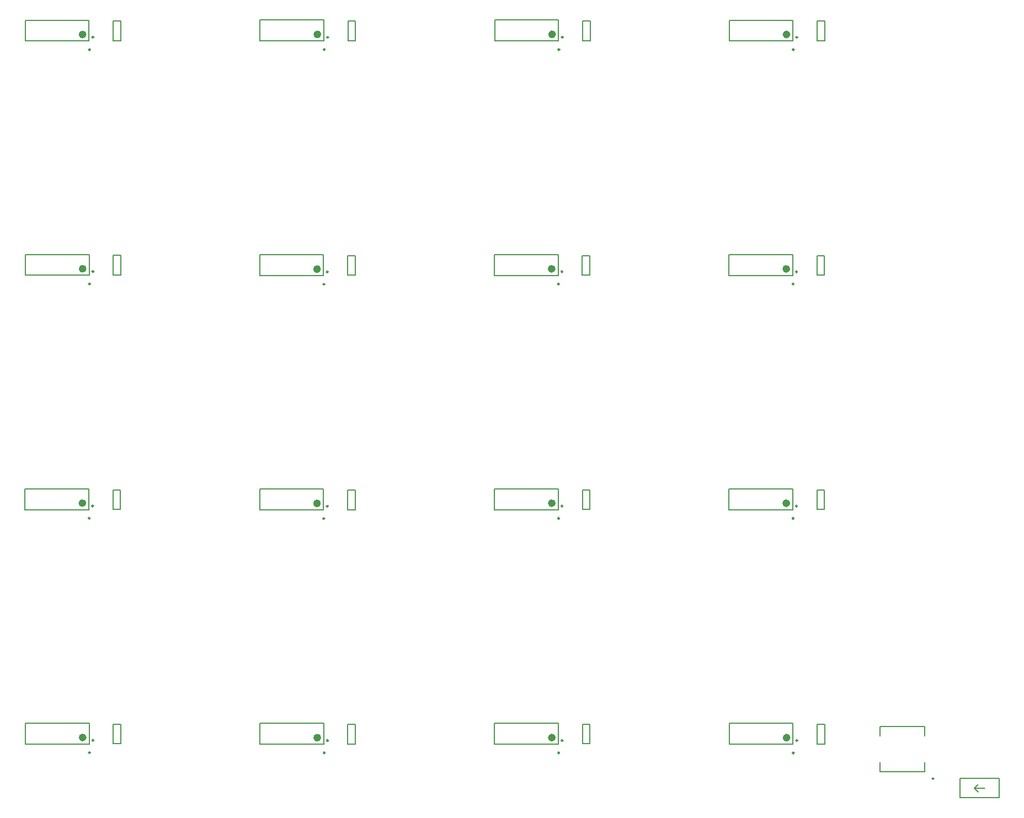
<source format=gbr>
G04*
G04 #@! TF.GenerationSoftware,Altium Limited,Altium Designer,25.0.2 (28)*
G04*
G04 Layer_Color=32896*
%FSLAX25Y25*%
%MOIN*%
G70*
G04*
G04 #@! TF.SameCoordinates,7C83500D-BFB9-469C-A41D-0C693C3E1856*
G04*
G04*
G04 #@! TF.FilePolarity,Positive*
G04*
G01*
G75*
%ADD11C,0.00984*%
%ADD15C,0.00787*%
%ADD99C,0.02362*%
D11*
X644454Y105185D02*
G03*
X644454Y105185I-492J0D01*
G01*
X562191Y128184D02*
G03*
X562191Y128184I-492J0D01*
G01*
X560140Y120735D02*
G03*
X560140Y120735I-492J0D01*
G01*
X420406Y128244D02*
G03*
X420406Y128244I-492J0D01*
G01*
X418355Y120795D02*
G03*
X418355Y120795I-492J0D01*
G01*
X278678Y128211D02*
G03*
X278678Y128211I-492J0D01*
G01*
X276626Y120763D02*
G03*
X276626Y120763I-492J0D01*
G01*
X136919Y128331D02*
G03*
X136919Y128331I-492J0D01*
G01*
X134868Y120882D02*
G03*
X134868Y120882I-492J0D01*
G01*
X559990Y262533D02*
G03*
X559990Y262533I-492J0D01*
G01*
X562042Y269982D02*
G03*
X562042Y269982I-492J0D01*
G01*
X420385Y270006D02*
G03*
X420385Y270006I-492J0D01*
G01*
X418333Y262557D02*
G03*
X418333Y262557I-492J0D01*
G01*
X276478Y262441D02*
G03*
X276478Y262441I-492J0D01*
G01*
X278530Y269890D02*
G03*
X278530Y269890I-492J0D01*
G01*
X134742Y262611D02*
G03*
X134742Y262611I-492J0D01*
G01*
X136794Y270059D02*
G03*
X136794Y270059I-492J0D01*
G01*
X562064Y411717D02*
G03*
X562064Y411717I-492J0D01*
G01*
X560012Y404268D02*
G03*
X560012Y404268I-492J0D01*
G01*
X418230Y404249D02*
G03*
X418230Y404249I-492J0D01*
G01*
X420282Y411698D02*
G03*
X420282Y411698I-492J0D01*
G01*
X276515Y404126D02*
G03*
X276515Y404126I-492J0D01*
G01*
X278567Y411575D02*
G03*
X278567Y411575I-492J0D01*
G01*
X134872Y404343D02*
G03*
X134872Y404343I-492J0D01*
G01*
X136923Y411792D02*
G03*
X136923Y411792I-492J0D01*
G01*
X560136Y545996D02*
G03*
X560136Y545996I-492J0D01*
G01*
X562187Y553445D02*
G03*
X562187Y553445I-492J0D01*
G01*
X418500Y546073D02*
G03*
X418500Y546073I-492J0D01*
G01*
X420552Y553522D02*
G03*
X420552Y553522I-492J0D01*
G01*
X278745Y553514D02*
G03*
X278745Y553514I-492J0D01*
G01*
X276693Y546065D02*
G03*
X276693Y546065I-492J0D01*
G01*
X134848Y545996D02*
G03*
X134848Y545996I-492J0D01*
G01*
X136900Y553445D02*
G03*
X136900Y553445I-492J0D01*
G01*
D15*
X611897Y136500D02*
X639062D01*
X611897Y130989D02*
Y136500D01*
X639062Y130989D02*
Y136500D01*
Y109335D02*
Y114847D01*
X611897Y109335D02*
Y114847D01*
Y109335D02*
X639062D01*
X684055Y93504D02*
Y105315D01*
X660433Y93504D02*
X684055Y93504D01*
X660433Y93504D02*
Y105315D01*
X684055Y105315D01*
X669095Y99409D02*
X671457Y97047D01*
X669095Y99410D02*
X671457Y101772D01*
X669095Y99409D02*
X669095Y99410D01*
X669095Y99409D02*
X675394Y99410D01*
X574019Y126117D02*
Y137928D01*
X578533D01*
Y126117D02*
Y137928D01*
X574019Y126117D02*
X578533D01*
X520868Y125951D02*
X559451D01*
X520868Y138550D02*
X559451D01*
Y125951D02*
Y138550D01*
X520868Y125951D02*
Y138550D01*
X432234Y126177D02*
Y137988D01*
X436748D01*
Y126177D02*
Y137988D01*
X432234Y126177D02*
X436748D01*
X379083Y126012D02*
X417666D01*
X379083Y138610D02*
X417666D01*
Y126012D02*
Y138610D01*
X379083Y126012D02*
Y138610D01*
X290505Y126145D02*
Y137956D01*
X295020D01*
Y126145D02*
Y137956D01*
X290505Y126145D02*
X295020D01*
X237355Y125979D02*
X275938D01*
X237355Y138577D02*
X275938D01*
Y125979D02*
Y138577D01*
X237355Y125979D02*
Y138577D01*
X148747Y126264D02*
Y138075D01*
X153261D01*
Y126264D02*
Y138075D01*
X148747Y126264D02*
X153261D01*
X95596Y126099D02*
X134179D01*
X95596Y138697D02*
X134179D01*
Y126099D02*
Y138697D01*
X95596Y126099D02*
Y138697D01*
X520718Y267750D02*
X559301D01*
X520718Y280348D02*
X559301D01*
Y267750D02*
Y280348D01*
X520718Y267750D02*
Y280348D01*
X573869Y267916D02*
Y279727D01*
X578383D01*
Y267916D02*
Y279727D01*
X573869Y267916D02*
X578383D01*
X432212Y267939D02*
Y279750D01*
X436727D01*
Y267939D02*
Y279750D01*
X432212Y267939D02*
X436727D01*
X379062Y267774D02*
X417645D01*
X379062Y280372D02*
X417645D01*
Y267774D02*
Y280372D01*
X379062Y267774D02*
Y280372D01*
X237207Y267657D02*
X275789D01*
X237207Y280256D02*
X275789D01*
Y267657D02*
Y280256D01*
X237207Y267657D02*
Y280256D01*
X290357Y267823D02*
Y279634D01*
X294871D01*
Y267823D02*
Y279634D01*
X290357Y267823D02*
X294871D01*
X95470Y267827D02*
X134053D01*
X95470Y280426D02*
X134053D01*
Y267827D02*
Y280426D01*
X95470Y267827D02*
Y280426D01*
X148621Y267993D02*
Y279804D01*
X153136D01*
Y267993D02*
Y279804D01*
X148621Y267993D02*
X153136D01*
X573891Y409650D02*
Y421461D01*
X578406D01*
Y409650D02*
Y421461D01*
X573891Y409650D02*
X578406D01*
X520741Y409484D02*
X559323D01*
X520741Y422083D02*
X559323D01*
Y409484D02*
Y422083D01*
X520741Y409484D02*
Y422083D01*
X378959Y409466D02*
X417542D01*
X378959Y422064D02*
X417542D01*
Y409466D02*
Y422064D01*
X378959Y409466D02*
Y422064D01*
X432109Y409631D02*
Y421442D01*
X436624D01*
Y409631D02*
Y421442D01*
X432109Y409631D02*
X436624D01*
X237244Y409343D02*
X275826D01*
X237244Y421941D02*
X275826D01*
Y409343D02*
Y421941D01*
X237244Y409343D02*
Y421941D01*
X290394Y409508D02*
Y421319D01*
X294909D01*
Y409508D02*
Y421319D01*
X290394Y409508D02*
X294909D01*
X95600Y409559D02*
X134183D01*
X95600Y422157D02*
X134183D01*
Y409559D02*
Y422157D01*
X95600Y409559D02*
Y422157D01*
X148750Y409725D02*
Y421536D01*
X153265D01*
Y409725D02*
Y421536D01*
X148750Y409725D02*
X153265D01*
X520864Y551213D02*
X559446D01*
X520864Y563811D02*
X559446D01*
Y551213D02*
Y563811D01*
X520864Y551213D02*
Y563811D01*
X574014Y551378D02*
Y563189D01*
X578529D01*
Y551378D02*
Y563189D01*
X574014Y551378D02*
X578529D01*
X379229Y551289D02*
X417811D01*
X379229Y563888D02*
X417811D01*
Y551289D02*
Y563888D01*
X379229Y551289D02*
Y563888D01*
X432379Y551455D02*
Y563266D01*
X436894D01*
Y551455D02*
Y563266D01*
X432379Y551455D02*
X436894D01*
X290572Y551447D02*
Y563258D01*
X295087D01*
Y551447D02*
Y563258D01*
X290572Y551447D02*
X295087D01*
X237422Y551282D02*
X276004D01*
X237422Y563880D02*
X276004D01*
Y551282D02*
Y563880D01*
X237422Y551282D02*
Y563880D01*
X95577Y551213D02*
X134159D01*
X95577Y563811D02*
X134159D01*
Y551213D02*
Y563811D01*
X95577Y551213D02*
Y563811D01*
X148727Y551378D02*
Y563189D01*
X153242D01*
Y551378D02*
Y563189D01*
X148727Y551378D02*
X153242D01*
D99*
X556695Y129888D02*
G03*
X556695Y129888I-1181J0D01*
G01*
X414910Y129949D02*
G03*
X414910Y129949I-1181J0D01*
G01*
X273182Y129916D02*
G03*
X273182Y129916I-1181J0D01*
G01*
X131423Y130036D02*
G03*
X131423Y130036I-1181J0D01*
G01*
X556545Y271687D02*
G03*
X556545Y271687I-1181J0D01*
G01*
X414889Y271711D02*
G03*
X414889Y271711I-1181J0D01*
G01*
X273033Y271595D02*
G03*
X273033Y271595I-1181J0D01*
G01*
X131297Y271764D02*
G03*
X131297Y271764I-1181J0D01*
G01*
X556567Y413421D02*
G03*
X556567Y413421I-1181J0D01*
G01*
X414785Y413403D02*
G03*
X414785Y413403I-1181J0D01*
G01*
X273070Y413280D02*
G03*
X273070Y413280I-1181J0D01*
G01*
X131427Y413496D02*
G03*
X131427Y413496I-1181J0D01*
G01*
X556691Y555150D02*
G03*
X556691Y555150I-1181J0D01*
G01*
X415056Y555226D02*
G03*
X415056Y555226I-1181J0D01*
G01*
X273249Y555219D02*
G03*
X273249Y555219I-1181J0D01*
G01*
X131403Y555150D02*
G03*
X131403Y555150I-1181J0D01*
G01*
M02*

</source>
